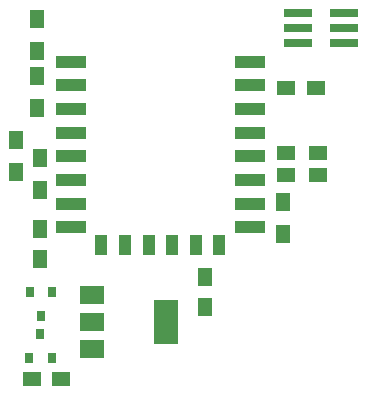
<source format=gbr>
G04 #@! TF.GenerationSoftware,KiCad,Pcbnew,(5.1.6)-1*
G04 #@! TF.CreationDate,2020-08-03T23:37:10+02:00*
G04 #@! TF.ProjectId,loftrelayRound,6c6f6674-7265-46c6-9179-526f756e642e,rev?*
G04 #@! TF.SameCoordinates,Original*
G04 #@! TF.FileFunction,Paste,Top*
G04 #@! TF.FilePolarity,Positive*
%FSLAX46Y46*%
G04 Gerber Fmt 4.6, Leading zero omitted, Abs format (unit mm)*
G04 Created by KiCad (PCBNEW (5.1.6)-1) date 2020-08-03 23:37:10*
%MOMM*%
%LPD*%
G01*
G04 APERTURE LIST*
%ADD10R,1.500000X1.250000*%
%ADD11R,1.250000X1.500000*%
%ADD12R,1.300000X1.500000*%
%ADD13R,1.500000X1.300000*%
%ADD14R,2.500000X1.000000*%
%ADD15R,1.000000X1.800000*%
%ADD16R,0.800000X0.900000*%
%ADD17R,2.000000X3.800000*%
%ADD18R,2.000000X1.500000*%
%ADD19R,2.400000X0.740000*%
G04 APERTURE END LIST*
D10*
X154218000Y-138938000D03*
X156718000Y-138938000D03*
D11*
X154940000Y-126238000D03*
X154940000Y-128738000D03*
X168910000Y-132802000D03*
X168910000Y-130302000D03*
D12*
X154686000Y-113284000D03*
X154686000Y-115984000D03*
X154686000Y-108458000D03*
X154686000Y-111158000D03*
D13*
X175768000Y-119800000D03*
X178468000Y-119800000D03*
D12*
X175514000Y-123952000D03*
X175514000Y-126652000D03*
D13*
X175768000Y-121666000D03*
X178468000Y-121666000D03*
D14*
X157500000Y-112070000D03*
X157500000Y-114070000D03*
X157500000Y-116070000D03*
X157500000Y-118070000D03*
X157500000Y-120070000D03*
X157500000Y-122070000D03*
X157500000Y-124070000D03*
X157500000Y-126070000D03*
D15*
X160100000Y-127570000D03*
X162100000Y-127570000D03*
X164100000Y-127570000D03*
X166100000Y-127570000D03*
X168100000Y-127570000D03*
X170100000Y-127570000D03*
D14*
X172700000Y-126070000D03*
X172700000Y-124070000D03*
X172700000Y-122070000D03*
X172700000Y-120070000D03*
X172700000Y-118070000D03*
X172700000Y-116070000D03*
X172700000Y-114070000D03*
X172700000Y-112070000D03*
D16*
X155006000Y-133572000D03*
X154056000Y-131572000D03*
X155956000Y-131572000D03*
D10*
X178268000Y-114300000D03*
X175768000Y-114300000D03*
D17*
X165608000Y-134112000D03*
D18*
X159308000Y-134112000D03*
X159308000Y-136412000D03*
X159308000Y-131812000D03*
D16*
X153990000Y-137128000D03*
X155890000Y-137128000D03*
X154940000Y-135128000D03*
D19*
X180684000Y-110490000D03*
X176784000Y-110490000D03*
X180684000Y-109220000D03*
X176784000Y-109220000D03*
X180684000Y-107950000D03*
X176784000Y-107950000D03*
D12*
X152908000Y-118712000D03*
X152908000Y-121412000D03*
X154940000Y-122936000D03*
X154940000Y-120236000D03*
M02*

</source>
